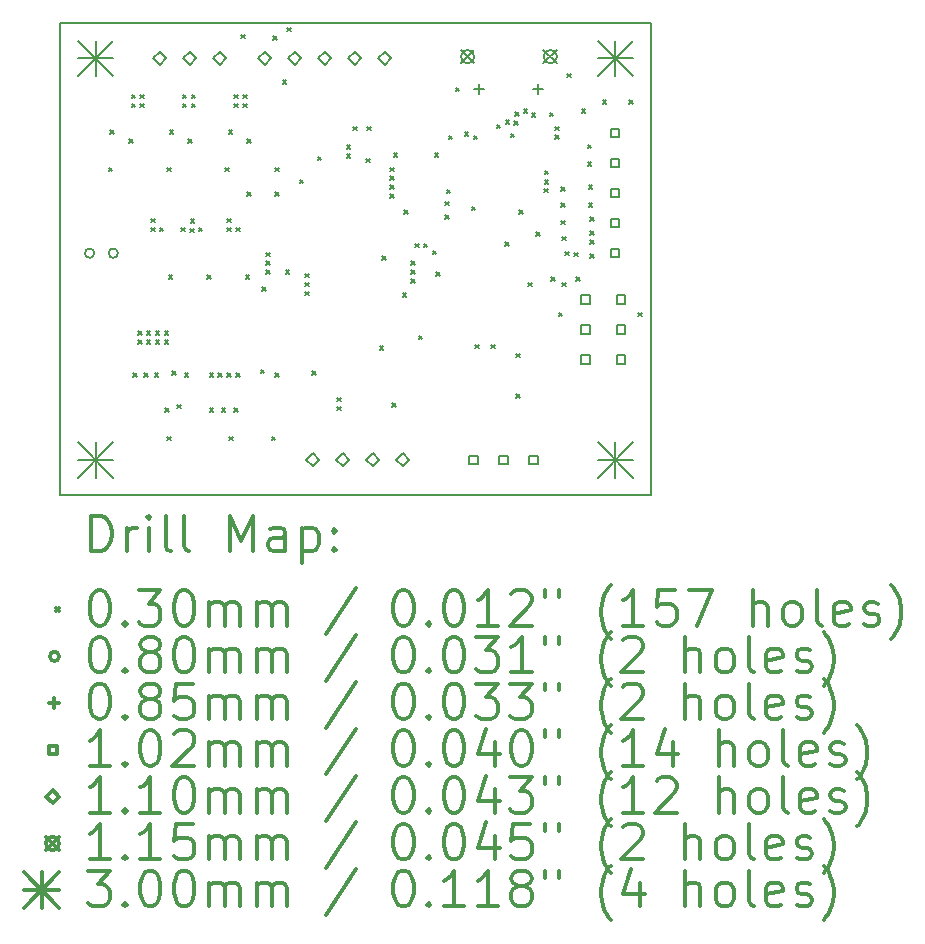
<source format=gbr>
%FSLAX45Y45*%
G04 Gerber Fmt 4.5, Leading zero omitted, Abs format (unit mm)*
G04 Created by KiCad (PCBNEW 4.0.5) date Wed Jan 11 14:09:27 2017*
%MOMM*%
%LPD*%
G01*
G04 APERTURE LIST*
%ADD10C,0.127000*%
%ADD11C,0.150000*%
%ADD12C,0.200000*%
%ADD13C,0.300000*%
G04 APERTURE END LIST*
D10*
D11*
X15000000Y-5000000D02*
X15000000Y-9000000D01*
X10000000Y-5000000D02*
X10000000Y-9000000D01*
X10000000Y-9000000D02*
X15000000Y-9000000D01*
X10000000Y-5000000D02*
X15000000Y-5000000D01*
D12*
X10410000Y-6225000D02*
X10440000Y-6255000D01*
X10440000Y-6225000D02*
X10410000Y-6255000D01*
X10425000Y-5910000D02*
X10455000Y-5940000D01*
X10455000Y-5910000D02*
X10425000Y-5940000D01*
X10585000Y-5985000D02*
X10615000Y-6015000D01*
X10615000Y-5985000D02*
X10585000Y-6015000D01*
X10605000Y-5610000D02*
X10635000Y-5640000D01*
X10635000Y-5610000D02*
X10605000Y-5640000D01*
X10605000Y-5685000D02*
X10635000Y-5715000D01*
X10635000Y-5685000D02*
X10605000Y-5715000D01*
X10620000Y-7965000D02*
X10650000Y-7995000D01*
X10650000Y-7965000D02*
X10620000Y-7995000D01*
X10660000Y-7610000D02*
X10690000Y-7640000D01*
X10690000Y-7610000D02*
X10660000Y-7640000D01*
X10660000Y-7685000D02*
X10690000Y-7715000D01*
X10690000Y-7685000D02*
X10660000Y-7715000D01*
X10680000Y-5610000D02*
X10710000Y-5640000D01*
X10710000Y-5610000D02*
X10680000Y-5640000D01*
X10680000Y-5685000D02*
X10710000Y-5715000D01*
X10710000Y-5685000D02*
X10680000Y-5715000D01*
X10710000Y-7965000D02*
X10740000Y-7995000D01*
X10740000Y-7965000D02*
X10710000Y-7995000D01*
X10735000Y-7610000D02*
X10765000Y-7640000D01*
X10765000Y-7610000D02*
X10735000Y-7640000D01*
X10735000Y-7685000D02*
X10765000Y-7715000D01*
X10765000Y-7685000D02*
X10735000Y-7715000D01*
X10770000Y-6660000D02*
X10800000Y-6690000D01*
X10800000Y-6660000D02*
X10770000Y-6690000D01*
X10770000Y-6735000D02*
X10800000Y-6765000D01*
X10800000Y-6735000D02*
X10770000Y-6765000D01*
X10800000Y-7965000D02*
X10830000Y-7995000D01*
X10830000Y-7965000D02*
X10800000Y-7995000D01*
X10810000Y-7610000D02*
X10840000Y-7640000D01*
X10840000Y-7610000D02*
X10810000Y-7640000D01*
X10810000Y-7685000D02*
X10840000Y-7715000D01*
X10840000Y-7685000D02*
X10810000Y-7715000D01*
X10845000Y-6735000D02*
X10875000Y-6765000D01*
X10875000Y-6735000D02*
X10845000Y-6765000D01*
X10885000Y-7610000D02*
X10915000Y-7640000D01*
X10915000Y-7610000D02*
X10885000Y-7640000D01*
X10885000Y-7685000D02*
X10915000Y-7715000D01*
X10915000Y-7685000D02*
X10885000Y-7715000D01*
X10890000Y-8265000D02*
X10920000Y-8295000D01*
X10920000Y-8265000D02*
X10890000Y-8295000D01*
X10905000Y-6225000D02*
X10935000Y-6255000D01*
X10935000Y-6225000D02*
X10905000Y-6255000D01*
X10905000Y-8505000D02*
X10935000Y-8535000D01*
X10935000Y-8505000D02*
X10905000Y-8535000D01*
X10920000Y-7135000D02*
X10950000Y-7165000D01*
X10950000Y-7135000D02*
X10920000Y-7165000D01*
X10927491Y-5910000D02*
X10957491Y-5940000D01*
X10957491Y-5910000D02*
X10927491Y-5940000D01*
X10950000Y-7950000D02*
X10980000Y-7980000D01*
X10980000Y-7950000D02*
X10950000Y-7980000D01*
X10990000Y-8233000D02*
X11020000Y-8263000D01*
X11020000Y-8233000D02*
X10990000Y-8263000D01*
X11025000Y-6735000D02*
X11055000Y-6765000D01*
X11055000Y-6735000D02*
X11025000Y-6765000D01*
X11040000Y-5610000D02*
X11070000Y-5640000D01*
X11070000Y-5610000D02*
X11040000Y-5640000D01*
X11040000Y-5685000D02*
X11070000Y-5715000D01*
X11070000Y-5685000D02*
X11040000Y-5715000D01*
X11055000Y-7965000D02*
X11085000Y-7995000D01*
X11085000Y-7965000D02*
X11055000Y-7995000D01*
X11085000Y-5985000D02*
X11115000Y-6015000D01*
X11115000Y-5985000D02*
X11085000Y-6015000D01*
X11100000Y-6742502D02*
X11130000Y-6772502D01*
X11130000Y-6742502D02*
X11100000Y-6772502D01*
X11104889Y-6662941D02*
X11134889Y-6692941D01*
X11134889Y-6662941D02*
X11104889Y-6692941D01*
X11115000Y-5610000D02*
X11145000Y-5640000D01*
X11145000Y-5610000D02*
X11115000Y-5640000D01*
X11115000Y-5685000D02*
X11145000Y-5715000D01*
X11145000Y-5685000D02*
X11115000Y-5715000D01*
X11175000Y-6735000D02*
X11205000Y-6765000D01*
X11205000Y-6735000D02*
X11175000Y-6765000D01*
X11245000Y-7135000D02*
X11275000Y-7165000D01*
X11275000Y-7135000D02*
X11245000Y-7165000D01*
X11265000Y-7965000D02*
X11295000Y-7995000D01*
X11295000Y-7965000D02*
X11265000Y-7995000D01*
X11265000Y-8265000D02*
X11295000Y-8295000D01*
X11295000Y-8265000D02*
X11265000Y-8295000D01*
X11340000Y-7965000D02*
X11370000Y-7995000D01*
X11370000Y-7965000D02*
X11340000Y-7995000D01*
X11370000Y-8265000D02*
X11400000Y-8295000D01*
X11400000Y-8265000D02*
X11370000Y-8295000D01*
X11400000Y-6225000D02*
X11430000Y-6255000D01*
X11430000Y-6225000D02*
X11400000Y-6255000D01*
X11415000Y-6660000D02*
X11445000Y-6690000D01*
X11445000Y-6660000D02*
X11415000Y-6690000D01*
X11415000Y-6735000D02*
X11445000Y-6765000D01*
X11445000Y-6735000D02*
X11415000Y-6765000D01*
X11415000Y-7965000D02*
X11445000Y-7995000D01*
X11445000Y-7965000D02*
X11415000Y-7995000D01*
X11427497Y-5910000D02*
X11457497Y-5940000D01*
X11457497Y-5910000D02*
X11427497Y-5940000D01*
X11430000Y-8505000D02*
X11460000Y-8535000D01*
X11460000Y-8505000D02*
X11430000Y-8535000D01*
X11475000Y-5610000D02*
X11505000Y-5640000D01*
X11505000Y-5610000D02*
X11475000Y-5640000D01*
X11475000Y-5685000D02*
X11505000Y-5715000D01*
X11505000Y-5685000D02*
X11475000Y-5715000D01*
X11475000Y-8265000D02*
X11505000Y-8295000D01*
X11505000Y-8265000D02*
X11475000Y-8295000D01*
X11490000Y-6735000D02*
X11520000Y-6765000D01*
X11520000Y-6735000D02*
X11490000Y-6765000D01*
X11490000Y-7965000D02*
X11520000Y-7995000D01*
X11520000Y-7965000D02*
X11490000Y-7995000D01*
X11535000Y-5100000D02*
X11565000Y-5130000D01*
X11565000Y-5100000D02*
X11535000Y-5130000D01*
X11550000Y-5610000D02*
X11580000Y-5640000D01*
X11580000Y-5610000D02*
X11550000Y-5640000D01*
X11550000Y-5685000D02*
X11580000Y-5715000D01*
X11580000Y-5685000D02*
X11550000Y-5715000D01*
X11570000Y-7135000D02*
X11600000Y-7165000D01*
X11600000Y-7135000D02*
X11570000Y-7165000D01*
X11585000Y-5985000D02*
X11615000Y-6015000D01*
X11615000Y-5985000D02*
X11585000Y-6015000D01*
X11585000Y-6435000D02*
X11615000Y-6465000D01*
X11615000Y-6435000D02*
X11585000Y-6465000D01*
X11700000Y-7935000D02*
X11730000Y-7965000D01*
X11730000Y-7935000D02*
X11700000Y-7965000D01*
X11711457Y-7237085D02*
X11741457Y-7267085D01*
X11741457Y-7237085D02*
X11711457Y-7267085D01*
X11745000Y-6944999D02*
X11775000Y-6974999D01*
X11775000Y-6944999D02*
X11745000Y-6974999D01*
X11745000Y-7020000D02*
X11775000Y-7050000D01*
X11775000Y-7020000D02*
X11745000Y-7050000D01*
X11745000Y-7095000D02*
X11775000Y-7125000D01*
X11775000Y-7095000D02*
X11745000Y-7125000D01*
X11790000Y-8505000D02*
X11820000Y-8535000D01*
X11820000Y-8505000D02*
X11790000Y-8535000D01*
X11805000Y-5115000D02*
X11835000Y-5145000D01*
X11835000Y-5115000D02*
X11805000Y-5145000D01*
X11820000Y-6225000D02*
X11850000Y-6255000D01*
X11850000Y-6225000D02*
X11820000Y-6255000D01*
X11820000Y-6435000D02*
X11850000Y-6465000D01*
X11850000Y-6435000D02*
X11820000Y-6465000D01*
X11820000Y-7965000D02*
X11850000Y-7995000D01*
X11850000Y-7965000D02*
X11820000Y-7995000D01*
X11885000Y-5485000D02*
X11915000Y-5515000D01*
X11915000Y-5485000D02*
X11885000Y-5515000D01*
X11910000Y-7095000D02*
X11940000Y-7125000D01*
X11940000Y-7095000D02*
X11910000Y-7125000D01*
X11925000Y-5040000D02*
X11955000Y-5070000D01*
X11955000Y-5040000D02*
X11925000Y-5070000D01*
X12030000Y-6330000D02*
X12060000Y-6360000D01*
X12060000Y-6330000D02*
X12030000Y-6360000D01*
X12075000Y-7200000D02*
X12105000Y-7230000D01*
X12105000Y-7200000D02*
X12075000Y-7230000D01*
X12075000Y-7275000D02*
X12105000Y-7305000D01*
X12105000Y-7275000D02*
X12075000Y-7305000D01*
X12075001Y-7125000D02*
X12105001Y-7155000D01*
X12105001Y-7125000D02*
X12075001Y-7155000D01*
X12135000Y-7950000D02*
X12165000Y-7980000D01*
X12165000Y-7950000D02*
X12135000Y-7980000D01*
X12180000Y-6135000D02*
X12210000Y-6165000D01*
X12210000Y-6135000D02*
X12180000Y-6165000D01*
X12345000Y-8175000D02*
X12375000Y-8205000D01*
X12375000Y-8175000D02*
X12345000Y-8205000D01*
X12345000Y-8250000D02*
X12375000Y-8280000D01*
X12375000Y-8250000D02*
X12345000Y-8280000D01*
X12425838Y-6035837D02*
X12455838Y-6065837D01*
X12455838Y-6035837D02*
X12425838Y-6065837D01*
X12427641Y-6110817D02*
X12457641Y-6140817D01*
X12457641Y-6110817D02*
X12427641Y-6140817D01*
X12480000Y-5880000D02*
X12510000Y-5910000D01*
X12510000Y-5880000D02*
X12480000Y-5910000D01*
X12592904Y-6151200D02*
X12622904Y-6181200D01*
X12622904Y-6151200D02*
X12592904Y-6181200D01*
X12600000Y-5880000D02*
X12630000Y-5910000D01*
X12630000Y-5880000D02*
X12600000Y-5910000D01*
X12705000Y-7740000D02*
X12735000Y-7770000D01*
X12735000Y-7740000D02*
X12705000Y-7770000D01*
X12727503Y-6975000D02*
X12757503Y-7005000D01*
X12757503Y-6975000D02*
X12727503Y-7005000D01*
X12795000Y-6225000D02*
X12825000Y-6255000D01*
X12825000Y-6225000D02*
X12795000Y-6255000D01*
X12795000Y-6300000D02*
X12825000Y-6330000D01*
X12825000Y-6300000D02*
X12795000Y-6330000D01*
X12795000Y-6375000D02*
X12825000Y-6405000D01*
X12825000Y-6375000D02*
X12795000Y-6405000D01*
X12795000Y-6450000D02*
X12825000Y-6480000D01*
X12825000Y-6450000D02*
X12795000Y-6480000D01*
X12810000Y-8220000D02*
X12840000Y-8250000D01*
X12840000Y-8220000D02*
X12810000Y-8250000D01*
X12825000Y-6105000D02*
X12855000Y-6135000D01*
X12855000Y-6105000D02*
X12825000Y-6135000D01*
X12900000Y-7290000D02*
X12930000Y-7320000D01*
X12930000Y-7290000D02*
X12900000Y-7320000D01*
X12915000Y-6585000D02*
X12945000Y-6615000D01*
X12945000Y-6585000D02*
X12915000Y-6615000D01*
X12975000Y-7020000D02*
X13005000Y-7050000D01*
X13005000Y-7020000D02*
X12975000Y-7050000D01*
X12975000Y-7095000D02*
X13005000Y-7125000D01*
X13005000Y-7095000D02*
X12975000Y-7125000D01*
X12975000Y-7170000D02*
X13005000Y-7200000D01*
X13005000Y-7170000D02*
X12975000Y-7200000D01*
X13005000Y-6870000D02*
X13035000Y-6900000D01*
X13035000Y-6870000D02*
X13005000Y-6900000D01*
X13035000Y-7650000D02*
X13065000Y-7680000D01*
X13065000Y-7650000D02*
X13035000Y-7680000D01*
X13080000Y-6870000D02*
X13110000Y-6900000D01*
X13110000Y-6870000D02*
X13080000Y-6900000D01*
X13155000Y-6929999D02*
X13185000Y-6959999D01*
X13185000Y-6929999D02*
X13155000Y-6959999D01*
X13170000Y-6105000D02*
X13200000Y-6135000D01*
X13200000Y-6105000D02*
X13170000Y-6135000D01*
X13185000Y-7110000D02*
X13215000Y-7140000D01*
X13215000Y-7110000D02*
X13185000Y-7140000D01*
X13259999Y-6516329D02*
X13289999Y-6546329D01*
X13289999Y-6516329D02*
X13259999Y-6546329D01*
X13260000Y-6630000D02*
X13290000Y-6660000D01*
X13290000Y-6630000D02*
X13260000Y-6660000D01*
X13274101Y-6411328D02*
X13304101Y-6441328D01*
X13304101Y-6411328D02*
X13274101Y-6441328D01*
X13290000Y-5955000D02*
X13320000Y-5985000D01*
X13320000Y-5955000D02*
X13290000Y-5985000D01*
X13350000Y-5550000D02*
X13380000Y-5580000D01*
X13380000Y-5550000D02*
X13350000Y-5580000D01*
X13425000Y-5925000D02*
X13455000Y-5955000D01*
X13455000Y-5925000D02*
X13425000Y-5955000D01*
X13485000Y-6555000D02*
X13515000Y-6585000D01*
X13515000Y-6555000D02*
X13485000Y-6585000D01*
X13500000Y-5955000D02*
X13530000Y-5985000D01*
X13530000Y-5955000D02*
X13500000Y-5985000D01*
X13515000Y-7725000D02*
X13545000Y-7755000D01*
X13545000Y-7725000D02*
X13515000Y-7755000D01*
X13650000Y-7725000D02*
X13680000Y-7755000D01*
X13680000Y-7725000D02*
X13650000Y-7755000D01*
X13697013Y-5863611D02*
X13727013Y-5893611D01*
X13727013Y-5863611D02*
X13697013Y-5893611D01*
X13770000Y-6855000D02*
X13800000Y-6885000D01*
X13800000Y-6855000D02*
X13770000Y-6885000D01*
X13772676Y-5823807D02*
X13802676Y-5853807D01*
X13802676Y-5823807D02*
X13772676Y-5853807D01*
X13815000Y-5940000D02*
X13845000Y-5970000D01*
X13845000Y-5940000D02*
X13815000Y-5970000D01*
X13846955Y-5834189D02*
X13876955Y-5864189D01*
X13876955Y-5834189D02*
X13846955Y-5864189D01*
X13855013Y-5754855D02*
X13885013Y-5784855D01*
X13885013Y-5754855D02*
X13855013Y-5784855D01*
X13860000Y-7800000D02*
X13890000Y-7830000D01*
X13890000Y-7800000D02*
X13860000Y-7830000D01*
X13860000Y-8145000D02*
X13890000Y-8175000D01*
X13890000Y-8145000D02*
X13860000Y-8175000D01*
X13885000Y-6585000D02*
X13915000Y-6615000D01*
X13915000Y-6585000D02*
X13885000Y-6615000D01*
X13926513Y-5732207D02*
X13956513Y-5762207D01*
X13956513Y-5732207D02*
X13926513Y-5762207D01*
X13965000Y-7200000D02*
X13995000Y-7230000D01*
X13995000Y-7200000D02*
X13965000Y-7230000D01*
X13994130Y-5764659D02*
X14024130Y-5794659D01*
X14024130Y-5764659D02*
X13994130Y-5794659D01*
X14032124Y-6772876D02*
X14062124Y-6802876D01*
X14062124Y-6772876D02*
X14032124Y-6802876D01*
X14099962Y-6405673D02*
X14129962Y-6435673D01*
X14129962Y-6405673D02*
X14099962Y-6435673D01*
X14101342Y-6253658D02*
X14131342Y-6283658D01*
X14131342Y-6253658D02*
X14101342Y-6283658D01*
X14104230Y-6330794D02*
X14134230Y-6360794D01*
X14134230Y-6330794D02*
X14104230Y-6360794D01*
X14145000Y-5760000D02*
X14175000Y-5790000D01*
X14175000Y-5760000D02*
X14145000Y-5790000D01*
X14160000Y-7155000D02*
X14190000Y-7185000D01*
X14190000Y-7155000D02*
X14160000Y-7185000D01*
X14190000Y-5952500D02*
X14220000Y-5982500D01*
X14220000Y-5952500D02*
X14190000Y-5982500D01*
X14190200Y-5877499D02*
X14220200Y-5907499D01*
X14220200Y-5877499D02*
X14190200Y-5907499D01*
X14220000Y-7455000D02*
X14250000Y-7485000D01*
X14250000Y-7455000D02*
X14220000Y-7485000D01*
X14242496Y-6390000D02*
X14272496Y-6420000D01*
X14272496Y-6390000D02*
X14242496Y-6420000D01*
X14242496Y-6525000D02*
X14272496Y-6555000D01*
X14272496Y-6525000D02*
X14242496Y-6555000D01*
X14242496Y-6675000D02*
X14272496Y-6705000D01*
X14272496Y-6675000D02*
X14242496Y-6705000D01*
X14249999Y-6810000D02*
X14279999Y-6840000D01*
X14279999Y-6810000D02*
X14249999Y-6840000D01*
X14253123Y-7200100D02*
X14283123Y-7230100D01*
X14283123Y-7200100D02*
X14253123Y-7230100D01*
X14275791Y-6936156D02*
X14305791Y-6966156D01*
X14305791Y-6936156D02*
X14275791Y-6966156D01*
X14295000Y-5430000D02*
X14325000Y-5460000D01*
X14325000Y-5430000D02*
X14295000Y-5460000D01*
X14355000Y-6945000D02*
X14385000Y-6975000D01*
X14385000Y-6945000D02*
X14355000Y-6975000D01*
X14370000Y-7155000D02*
X14400000Y-7185000D01*
X14400000Y-7155000D02*
X14370000Y-7185000D01*
X14415000Y-5730000D02*
X14445000Y-5760000D01*
X14445000Y-5730000D02*
X14415000Y-5760000D01*
X14467502Y-6030000D02*
X14497502Y-6060000D01*
X14497502Y-6030000D02*
X14467502Y-6060000D01*
X14467502Y-6180000D02*
X14497502Y-6210000D01*
X14497502Y-6180000D02*
X14467502Y-6210000D01*
X14475000Y-6375000D02*
X14505000Y-6405000D01*
X14505000Y-6375000D02*
X14475000Y-6405000D01*
X14475000Y-6525000D02*
X14505000Y-6555000D01*
X14505000Y-6525000D02*
X14475000Y-6555000D01*
X14490000Y-6644999D02*
X14520000Y-6674999D01*
X14520000Y-6644999D02*
X14490000Y-6674999D01*
X14490000Y-6840000D02*
X14520000Y-6870000D01*
X14520000Y-6840000D02*
X14490000Y-6870000D01*
X14490000Y-6960000D02*
X14520000Y-6990000D01*
X14520000Y-6960000D02*
X14490000Y-6990000D01*
X14490000Y-6765000D02*
X14520000Y-6795000D01*
X14520000Y-6765000D02*
X14490000Y-6795000D01*
X14595000Y-5655000D02*
X14625000Y-5685000D01*
X14625000Y-5655000D02*
X14595000Y-5685000D01*
X14820000Y-5655000D02*
X14850000Y-5685000D01*
X14850000Y-5655000D02*
X14820000Y-5685000D01*
X14895000Y-7455000D02*
X14925000Y-7485000D01*
X14925000Y-7455000D02*
X14895000Y-7485000D01*
X10290000Y-6950000D02*
G75*
G03X10290000Y-6950000I-40000J0D01*
G01*
X10490000Y-6950000D02*
G75*
G03X10490000Y-6950000I-40000J0D01*
G01*
X13550090Y-5513754D02*
X13550090Y-5598754D01*
X13507590Y-5556254D02*
X13592590Y-5556254D01*
X14050090Y-5513754D02*
X14050090Y-5598754D01*
X14007590Y-5556254D02*
X14092590Y-5556254D01*
X13535921Y-8735921D02*
X13535921Y-8664079D01*
X13464079Y-8664079D01*
X13464079Y-8735921D01*
X13535921Y-8735921D01*
X13789921Y-8735921D02*
X13789921Y-8664079D01*
X13718079Y-8664079D01*
X13718079Y-8735921D01*
X13789921Y-8735921D01*
X14043921Y-8735921D02*
X14043921Y-8664079D01*
X13972079Y-8664079D01*
X13972079Y-8735921D01*
X14043921Y-8735921D01*
X14485921Y-7377921D02*
X14485921Y-7306079D01*
X14414079Y-7306079D01*
X14414079Y-7377921D01*
X14485921Y-7377921D01*
X14485921Y-7631921D02*
X14485921Y-7560079D01*
X14414079Y-7560079D01*
X14414079Y-7631921D01*
X14485921Y-7631921D01*
X14485921Y-7885921D02*
X14485921Y-7814079D01*
X14414079Y-7814079D01*
X14414079Y-7885921D01*
X14485921Y-7885921D01*
X14735921Y-5969921D02*
X14735921Y-5898079D01*
X14664079Y-5898079D01*
X14664079Y-5969921D01*
X14735921Y-5969921D01*
X14735921Y-6223921D02*
X14735921Y-6152079D01*
X14664079Y-6152079D01*
X14664079Y-6223921D01*
X14735921Y-6223921D01*
X14735921Y-6477921D02*
X14735921Y-6406079D01*
X14664079Y-6406079D01*
X14664079Y-6477921D01*
X14735921Y-6477921D01*
X14735921Y-6731921D02*
X14735921Y-6660079D01*
X14664079Y-6660079D01*
X14664079Y-6731921D01*
X14735921Y-6731921D01*
X14735921Y-6985921D02*
X14735921Y-6914079D01*
X14664079Y-6914079D01*
X14664079Y-6985921D01*
X14735921Y-6985921D01*
X14785921Y-7377921D02*
X14785921Y-7306079D01*
X14714079Y-7306079D01*
X14714079Y-7377921D01*
X14785921Y-7377921D01*
X14785921Y-7631921D02*
X14785921Y-7560079D01*
X14714079Y-7560079D01*
X14714079Y-7631921D01*
X14785921Y-7631921D01*
X14785921Y-7885921D02*
X14785921Y-7814079D01*
X14714079Y-7814079D01*
X14714079Y-7885921D01*
X14785921Y-7885921D01*
X10842000Y-5354864D02*
X10896864Y-5300000D01*
X10842000Y-5245136D01*
X10787136Y-5300000D01*
X10842000Y-5354864D01*
X11096000Y-5354864D02*
X11150864Y-5300000D01*
X11096000Y-5245136D01*
X11041136Y-5300000D01*
X11096000Y-5354864D01*
X11350000Y-5354864D02*
X11404864Y-5300000D01*
X11350000Y-5245136D01*
X11295136Y-5300000D01*
X11350000Y-5354864D01*
X11734000Y-5354864D02*
X11788864Y-5300000D01*
X11734000Y-5245136D01*
X11679136Y-5300000D01*
X11734000Y-5354864D01*
X11988000Y-5354864D02*
X12042864Y-5300000D01*
X11988000Y-5245136D01*
X11933136Y-5300000D01*
X11988000Y-5354864D01*
X12138000Y-8754864D02*
X12192864Y-8700000D01*
X12138000Y-8645136D01*
X12083136Y-8700000D01*
X12138000Y-8754864D01*
X12242000Y-5354864D02*
X12296864Y-5300000D01*
X12242000Y-5245136D01*
X12187136Y-5300000D01*
X12242000Y-5354864D01*
X12392000Y-8754864D02*
X12446864Y-8700000D01*
X12392000Y-8645136D01*
X12337136Y-8700000D01*
X12392000Y-8754864D01*
X12496000Y-5354864D02*
X12550864Y-5300000D01*
X12496000Y-5245136D01*
X12441136Y-5300000D01*
X12496000Y-5354864D01*
X12646000Y-8754864D02*
X12700864Y-8700000D01*
X12646000Y-8645136D01*
X12591136Y-8700000D01*
X12646000Y-8754864D01*
X12750000Y-5354864D02*
X12804864Y-5300000D01*
X12750000Y-5245136D01*
X12695136Y-5300000D01*
X12750000Y-5354864D01*
X12900000Y-8754864D02*
X12954864Y-8700000D01*
X12900000Y-8645136D01*
X12845136Y-8700000D01*
X12900000Y-8754864D01*
X13392590Y-5228754D02*
X13507590Y-5343754D01*
X13507590Y-5228754D02*
X13392590Y-5343754D01*
X13507590Y-5286254D02*
G75*
G03X13507590Y-5286254I-57500J0D01*
G01*
X14092590Y-5228754D02*
X14207590Y-5343754D01*
X14207590Y-5228754D02*
X14092590Y-5343754D01*
X14207590Y-5286254D02*
G75*
G03X14207590Y-5286254I-57500J0D01*
G01*
X10150000Y-5150000D02*
X10450000Y-5450000D01*
X10450000Y-5150000D02*
X10150000Y-5450000D01*
X10300000Y-5150000D02*
X10300000Y-5450000D01*
X10150000Y-5300000D02*
X10450000Y-5300000D01*
X10150000Y-8550000D02*
X10450000Y-8850000D01*
X10450000Y-8550000D02*
X10150000Y-8850000D01*
X10300000Y-8550000D02*
X10300000Y-8850000D01*
X10150000Y-8700000D02*
X10450000Y-8700000D01*
X14550000Y-5150000D02*
X14850000Y-5450000D01*
X14850000Y-5150000D02*
X14550000Y-5450000D01*
X14700000Y-5150000D02*
X14700000Y-5450000D01*
X14550000Y-5300000D02*
X14850000Y-5300000D01*
X14550000Y-8550000D02*
X14850000Y-8850000D01*
X14850000Y-8550000D02*
X14550000Y-8850000D01*
X14700000Y-8550000D02*
X14700000Y-8850000D01*
X14550000Y-8700000D02*
X14850000Y-8700000D01*
D13*
X10263929Y-9473214D02*
X10263929Y-9173214D01*
X10335357Y-9173214D01*
X10378214Y-9187500D01*
X10406786Y-9216072D01*
X10421071Y-9244643D01*
X10435357Y-9301786D01*
X10435357Y-9344643D01*
X10421071Y-9401786D01*
X10406786Y-9430357D01*
X10378214Y-9458929D01*
X10335357Y-9473214D01*
X10263929Y-9473214D01*
X10563929Y-9473214D02*
X10563929Y-9273214D01*
X10563929Y-9330357D02*
X10578214Y-9301786D01*
X10592500Y-9287500D01*
X10621071Y-9273214D01*
X10649643Y-9273214D01*
X10749643Y-9473214D02*
X10749643Y-9273214D01*
X10749643Y-9173214D02*
X10735357Y-9187500D01*
X10749643Y-9201786D01*
X10763929Y-9187500D01*
X10749643Y-9173214D01*
X10749643Y-9201786D01*
X10935357Y-9473214D02*
X10906786Y-9458929D01*
X10892500Y-9430357D01*
X10892500Y-9173214D01*
X11092500Y-9473214D02*
X11063929Y-9458929D01*
X11049643Y-9430357D01*
X11049643Y-9173214D01*
X11435357Y-9473214D02*
X11435357Y-9173214D01*
X11535357Y-9387500D01*
X11635357Y-9173214D01*
X11635357Y-9473214D01*
X11906786Y-9473214D02*
X11906786Y-9316072D01*
X11892500Y-9287500D01*
X11863928Y-9273214D01*
X11806786Y-9273214D01*
X11778214Y-9287500D01*
X11906786Y-9458929D02*
X11878214Y-9473214D01*
X11806786Y-9473214D01*
X11778214Y-9458929D01*
X11763928Y-9430357D01*
X11763928Y-9401786D01*
X11778214Y-9373214D01*
X11806786Y-9358929D01*
X11878214Y-9358929D01*
X11906786Y-9344643D01*
X12049643Y-9273214D02*
X12049643Y-9573214D01*
X12049643Y-9287500D02*
X12078214Y-9273214D01*
X12135357Y-9273214D01*
X12163928Y-9287500D01*
X12178214Y-9301786D01*
X12192500Y-9330357D01*
X12192500Y-9416072D01*
X12178214Y-9444643D01*
X12163928Y-9458929D01*
X12135357Y-9473214D01*
X12078214Y-9473214D01*
X12049643Y-9458929D01*
X12321071Y-9444643D02*
X12335357Y-9458929D01*
X12321071Y-9473214D01*
X12306786Y-9458929D01*
X12321071Y-9444643D01*
X12321071Y-9473214D01*
X12321071Y-9287500D02*
X12335357Y-9301786D01*
X12321071Y-9316072D01*
X12306786Y-9301786D01*
X12321071Y-9287500D01*
X12321071Y-9316072D01*
X9962500Y-9952500D02*
X9992500Y-9982500D01*
X9992500Y-9952500D02*
X9962500Y-9982500D01*
X10321071Y-9803214D02*
X10349643Y-9803214D01*
X10378214Y-9817500D01*
X10392500Y-9831786D01*
X10406786Y-9860357D01*
X10421071Y-9917500D01*
X10421071Y-9988929D01*
X10406786Y-10046072D01*
X10392500Y-10074643D01*
X10378214Y-10088929D01*
X10349643Y-10103214D01*
X10321071Y-10103214D01*
X10292500Y-10088929D01*
X10278214Y-10074643D01*
X10263929Y-10046072D01*
X10249643Y-9988929D01*
X10249643Y-9917500D01*
X10263929Y-9860357D01*
X10278214Y-9831786D01*
X10292500Y-9817500D01*
X10321071Y-9803214D01*
X10549643Y-10074643D02*
X10563929Y-10088929D01*
X10549643Y-10103214D01*
X10535357Y-10088929D01*
X10549643Y-10074643D01*
X10549643Y-10103214D01*
X10663928Y-9803214D02*
X10849643Y-9803214D01*
X10749643Y-9917500D01*
X10792500Y-9917500D01*
X10821071Y-9931786D01*
X10835357Y-9946072D01*
X10849643Y-9974643D01*
X10849643Y-10046072D01*
X10835357Y-10074643D01*
X10821071Y-10088929D01*
X10792500Y-10103214D01*
X10706786Y-10103214D01*
X10678214Y-10088929D01*
X10663928Y-10074643D01*
X11035357Y-9803214D02*
X11063929Y-9803214D01*
X11092500Y-9817500D01*
X11106786Y-9831786D01*
X11121071Y-9860357D01*
X11135357Y-9917500D01*
X11135357Y-9988929D01*
X11121071Y-10046072D01*
X11106786Y-10074643D01*
X11092500Y-10088929D01*
X11063929Y-10103214D01*
X11035357Y-10103214D01*
X11006786Y-10088929D01*
X10992500Y-10074643D01*
X10978214Y-10046072D01*
X10963929Y-9988929D01*
X10963929Y-9917500D01*
X10978214Y-9860357D01*
X10992500Y-9831786D01*
X11006786Y-9817500D01*
X11035357Y-9803214D01*
X11263928Y-10103214D02*
X11263928Y-9903214D01*
X11263928Y-9931786D02*
X11278214Y-9917500D01*
X11306786Y-9903214D01*
X11349643Y-9903214D01*
X11378214Y-9917500D01*
X11392500Y-9946072D01*
X11392500Y-10103214D01*
X11392500Y-9946072D02*
X11406786Y-9917500D01*
X11435357Y-9903214D01*
X11478214Y-9903214D01*
X11506786Y-9917500D01*
X11521071Y-9946072D01*
X11521071Y-10103214D01*
X11663928Y-10103214D02*
X11663928Y-9903214D01*
X11663928Y-9931786D02*
X11678214Y-9917500D01*
X11706786Y-9903214D01*
X11749643Y-9903214D01*
X11778214Y-9917500D01*
X11792500Y-9946072D01*
X11792500Y-10103214D01*
X11792500Y-9946072D02*
X11806786Y-9917500D01*
X11835357Y-9903214D01*
X11878214Y-9903214D01*
X11906786Y-9917500D01*
X11921071Y-9946072D01*
X11921071Y-10103214D01*
X12506786Y-9788929D02*
X12249643Y-10174643D01*
X12892500Y-9803214D02*
X12921071Y-9803214D01*
X12949643Y-9817500D01*
X12963928Y-9831786D01*
X12978214Y-9860357D01*
X12992500Y-9917500D01*
X12992500Y-9988929D01*
X12978214Y-10046072D01*
X12963928Y-10074643D01*
X12949643Y-10088929D01*
X12921071Y-10103214D01*
X12892500Y-10103214D01*
X12863928Y-10088929D01*
X12849643Y-10074643D01*
X12835357Y-10046072D01*
X12821071Y-9988929D01*
X12821071Y-9917500D01*
X12835357Y-9860357D01*
X12849643Y-9831786D01*
X12863928Y-9817500D01*
X12892500Y-9803214D01*
X13121071Y-10074643D02*
X13135357Y-10088929D01*
X13121071Y-10103214D01*
X13106786Y-10088929D01*
X13121071Y-10074643D01*
X13121071Y-10103214D01*
X13321071Y-9803214D02*
X13349643Y-9803214D01*
X13378214Y-9817500D01*
X13392500Y-9831786D01*
X13406785Y-9860357D01*
X13421071Y-9917500D01*
X13421071Y-9988929D01*
X13406785Y-10046072D01*
X13392500Y-10074643D01*
X13378214Y-10088929D01*
X13349643Y-10103214D01*
X13321071Y-10103214D01*
X13292500Y-10088929D01*
X13278214Y-10074643D01*
X13263928Y-10046072D01*
X13249643Y-9988929D01*
X13249643Y-9917500D01*
X13263928Y-9860357D01*
X13278214Y-9831786D01*
X13292500Y-9817500D01*
X13321071Y-9803214D01*
X13706785Y-10103214D02*
X13535357Y-10103214D01*
X13621071Y-10103214D02*
X13621071Y-9803214D01*
X13592500Y-9846072D01*
X13563928Y-9874643D01*
X13535357Y-9888929D01*
X13821071Y-9831786D02*
X13835357Y-9817500D01*
X13863928Y-9803214D01*
X13935357Y-9803214D01*
X13963928Y-9817500D01*
X13978214Y-9831786D01*
X13992500Y-9860357D01*
X13992500Y-9888929D01*
X13978214Y-9931786D01*
X13806785Y-10103214D01*
X13992500Y-10103214D01*
X14106786Y-9803214D02*
X14106786Y-9860357D01*
X14221071Y-9803214D02*
X14221071Y-9860357D01*
X14663928Y-10217500D02*
X14649643Y-10203214D01*
X14621071Y-10160357D01*
X14606785Y-10131786D01*
X14592500Y-10088929D01*
X14578214Y-10017500D01*
X14578214Y-9960357D01*
X14592500Y-9888929D01*
X14606785Y-9846072D01*
X14621071Y-9817500D01*
X14649643Y-9774643D01*
X14663928Y-9760357D01*
X14935357Y-10103214D02*
X14763928Y-10103214D01*
X14849643Y-10103214D02*
X14849643Y-9803214D01*
X14821071Y-9846072D01*
X14792500Y-9874643D01*
X14763928Y-9888929D01*
X15206785Y-9803214D02*
X15063928Y-9803214D01*
X15049643Y-9946072D01*
X15063928Y-9931786D01*
X15092500Y-9917500D01*
X15163928Y-9917500D01*
X15192500Y-9931786D01*
X15206785Y-9946072D01*
X15221071Y-9974643D01*
X15221071Y-10046072D01*
X15206785Y-10074643D01*
X15192500Y-10088929D01*
X15163928Y-10103214D01*
X15092500Y-10103214D01*
X15063928Y-10088929D01*
X15049643Y-10074643D01*
X15321071Y-9803214D02*
X15521071Y-9803214D01*
X15392500Y-10103214D01*
X15863928Y-10103214D02*
X15863928Y-9803214D01*
X15992500Y-10103214D02*
X15992500Y-9946072D01*
X15978214Y-9917500D01*
X15949643Y-9903214D01*
X15906785Y-9903214D01*
X15878214Y-9917500D01*
X15863928Y-9931786D01*
X16178214Y-10103214D02*
X16149643Y-10088929D01*
X16135357Y-10074643D01*
X16121071Y-10046072D01*
X16121071Y-9960357D01*
X16135357Y-9931786D01*
X16149643Y-9917500D01*
X16178214Y-9903214D01*
X16221071Y-9903214D01*
X16249643Y-9917500D01*
X16263928Y-9931786D01*
X16278214Y-9960357D01*
X16278214Y-10046072D01*
X16263928Y-10074643D01*
X16249643Y-10088929D01*
X16221071Y-10103214D01*
X16178214Y-10103214D01*
X16449643Y-10103214D02*
X16421071Y-10088929D01*
X16406786Y-10060357D01*
X16406786Y-9803214D01*
X16678214Y-10088929D02*
X16649643Y-10103214D01*
X16592500Y-10103214D01*
X16563928Y-10088929D01*
X16549643Y-10060357D01*
X16549643Y-9946072D01*
X16563928Y-9917500D01*
X16592500Y-9903214D01*
X16649643Y-9903214D01*
X16678214Y-9917500D01*
X16692500Y-9946072D01*
X16692500Y-9974643D01*
X16549643Y-10003214D01*
X16806786Y-10088929D02*
X16835357Y-10103214D01*
X16892500Y-10103214D01*
X16921071Y-10088929D01*
X16935357Y-10060357D01*
X16935357Y-10046072D01*
X16921071Y-10017500D01*
X16892500Y-10003214D01*
X16849643Y-10003214D01*
X16821071Y-9988929D01*
X16806786Y-9960357D01*
X16806786Y-9946072D01*
X16821071Y-9917500D01*
X16849643Y-9903214D01*
X16892500Y-9903214D01*
X16921071Y-9917500D01*
X17035357Y-10217500D02*
X17049643Y-10203214D01*
X17078214Y-10160357D01*
X17092500Y-10131786D01*
X17106786Y-10088929D01*
X17121071Y-10017500D01*
X17121071Y-9960357D01*
X17106786Y-9888929D01*
X17092500Y-9846072D01*
X17078214Y-9817500D01*
X17049643Y-9774643D01*
X17035357Y-9760357D01*
X9992500Y-10363500D02*
G75*
G03X9992500Y-10363500I-40000J0D01*
G01*
X10321071Y-10199214D02*
X10349643Y-10199214D01*
X10378214Y-10213500D01*
X10392500Y-10227786D01*
X10406786Y-10256357D01*
X10421071Y-10313500D01*
X10421071Y-10384929D01*
X10406786Y-10442072D01*
X10392500Y-10470643D01*
X10378214Y-10484929D01*
X10349643Y-10499214D01*
X10321071Y-10499214D01*
X10292500Y-10484929D01*
X10278214Y-10470643D01*
X10263929Y-10442072D01*
X10249643Y-10384929D01*
X10249643Y-10313500D01*
X10263929Y-10256357D01*
X10278214Y-10227786D01*
X10292500Y-10213500D01*
X10321071Y-10199214D01*
X10549643Y-10470643D02*
X10563929Y-10484929D01*
X10549643Y-10499214D01*
X10535357Y-10484929D01*
X10549643Y-10470643D01*
X10549643Y-10499214D01*
X10735357Y-10327786D02*
X10706786Y-10313500D01*
X10692500Y-10299214D01*
X10678214Y-10270643D01*
X10678214Y-10256357D01*
X10692500Y-10227786D01*
X10706786Y-10213500D01*
X10735357Y-10199214D01*
X10792500Y-10199214D01*
X10821071Y-10213500D01*
X10835357Y-10227786D01*
X10849643Y-10256357D01*
X10849643Y-10270643D01*
X10835357Y-10299214D01*
X10821071Y-10313500D01*
X10792500Y-10327786D01*
X10735357Y-10327786D01*
X10706786Y-10342072D01*
X10692500Y-10356357D01*
X10678214Y-10384929D01*
X10678214Y-10442072D01*
X10692500Y-10470643D01*
X10706786Y-10484929D01*
X10735357Y-10499214D01*
X10792500Y-10499214D01*
X10821071Y-10484929D01*
X10835357Y-10470643D01*
X10849643Y-10442072D01*
X10849643Y-10384929D01*
X10835357Y-10356357D01*
X10821071Y-10342072D01*
X10792500Y-10327786D01*
X11035357Y-10199214D02*
X11063929Y-10199214D01*
X11092500Y-10213500D01*
X11106786Y-10227786D01*
X11121071Y-10256357D01*
X11135357Y-10313500D01*
X11135357Y-10384929D01*
X11121071Y-10442072D01*
X11106786Y-10470643D01*
X11092500Y-10484929D01*
X11063929Y-10499214D01*
X11035357Y-10499214D01*
X11006786Y-10484929D01*
X10992500Y-10470643D01*
X10978214Y-10442072D01*
X10963929Y-10384929D01*
X10963929Y-10313500D01*
X10978214Y-10256357D01*
X10992500Y-10227786D01*
X11006786Y-10213500D01*
X11035357Y-10199214D01*
X11263928Y-10499214D02*
X11263928Y-10299214D01*
X11263928Y-10327786D02*
X11278214Y-10313500D01*
X11306786Y-10299214D01*
X11349643Y-10299214D01*
X11378214Y-10313500D01*
X11392500Y-10342072D01*
X11392500Y-10499214D01*
X11392500Y-10342072D02*
X11406786Y-10313500D01*
X11435357Y-10299214D01*
X11478214Y-10299214D01*
X11506786Y-10313500D01*
X11521071Y-10342072D01*
X11521071Y-10499214D01*
X11663928Y-10499214D02*
X11663928Y-10299214D01*
X11663928Y-10327786D02*
X11678214Y-10313500D01*
X11706786Y-10299214D01*
X11749643Y-10299214D01*
X11778214Y-10313500D01*
X11792500Y-10342072D01*
X11792500Y-10499214D01*
X11792500Y-10342072D02*
X11806786Y-10313500D01*
X11835357Y-10299214D01*
X11878214Y-10299214D01*
X11906786Y-10313500D01*
X11921071Y-10342072D01*
X11921071Y-10499214D01*
X12506786Y-10184929D02*
X12249643Y-10570643D01*
X12892500Y-10199214D02*
X12921071Y-10199214D01*
X12949643Y-10213500D01*
X12963928Y-10227786D01*
X12978214Y-10256357D01*
X12992500Y-10313500D01*
X12992500Y-10384929D01*
X12978214Y-10442072D01*
X12963928Y-10470643D01*
X12949643Y-10484929D01*
X12921071Y-10499214D01*
X12892500Y-10499214D01*
X12863928Y-10484929D01*
X12849643Y-10470643D01*
X12835357Y-10442072D01*
X12821071Y-10384929D01*
X12821071Y-10313500D01*
X12835357Y-10256357D01*
X12849643Y-10227786D01*
X12863928Y-10213500D01*
X12892500Y-10199214D01*
X13121071Y-10470643D02*
X13135357Y-10484929D01*
X13121071Y-10499214D01*
X13106786Y-10484929D01*
X13121071Y-10470643D01*
X13121071Y-10499214D01*
X13321071Y-10199214D02*
X13349643Y-10199214D01*
X13378214Y-10213500D01*
X13392500Y-10227786D01*
X13406785Y-10256357D01*
X13421071Y-10313500D01*
X13421071Y-10384929D01*
X13406785Y-10442072D01*
X13392500Y-10470643D01*
X13378214Y-10484929D01*
X13349643Y-10499214D01*
X13321071Y-10499214D01*
X13292500Y-10484929D01*
X13278214Y-10470643D01*
X13263928Y-10442072D01*
X13249643Y-10384929D01*
X13249643Y-10313500D01*
X13263928Y-10256357D01*
X13278214Y-10227786D01*
X13292500Y-10213500D01*
X13321071Y-10199214D01*
X13521071Y-10199214D02*
X13706785Y-10199214D01*
X13606785Y-10313500D01*
X13649643Y-10313500D01*
X13678214Y-10327786D01*
X13692500Y-10342072D01*
X13706785Y-10370643D01*
X13706785Y-10442072D01*
X13692500Y-10470643D01*
X13678214Y-10484929D01*
X13649643Y-10499214D01*
X13563928Y-10499214D01*
X13535357Y-10484929D01*
X13521071Y-10470643D01*
X13992500Y-10499214D02*
X13821071Y-10499214D01*
X13906785Y-10499214D02*
X13906785Y-10199214D01*
X13878214Y-10242072D01*
X13849643Y-10270643D01*
X13821071Y-10284929D01*
X14106786Y-10199214D02*
X14106786Y-10256357D01*
X14221071Y-10199214D02*
X14221071Y-10256357D01*
X14663928Y-10613500D02*
X14649643Y-10599214D01*
X14621071Y-10556357D01*
X14606785Y-10527786D01*
X14592500Y-10484929D01*
X14578214Y-10413500D01*
X14578214Y-10356357D01*
X14592500Y-10284929D01*
X14606785Y-10242072D01*
X14621071Y-10213500D01*
X14649643Y-10170643D01*
X14663928Y-10156357D01*
X14763928Y-10227786D02*
X14778214Y-10213500D01*
X14806785Y-10199214D01*
X14878214Y-10199214D01*
X14906785Y-10213500D01*
X14921071Y-10227786D01*
X14935357Y-10256357D01*
X14935357Y-10284929D01*
X14921071Y-10327786D01*
X14749643Y-10499214D01*
X14935357Y-10499214D01*
X15292500Y-10499214D02*
X15292500Y-10199214D01*
X15421071Y-10499214D02*
X15421071Y-10342072D01*
X15406785Y-10313500D01*
X15378214Y-10299214D01*
X15335357Y-10299214D01*
X15306785Y-10313500D01*
X15292500Y-10327786D01*
X15606785Y-10499214D02*
X15578214Y-10484929D01*
X15563928Y-10470643D01*
X15549643Y-10442072D01*
X15549643Y-10356357D01*
X15563928Y-10327786D01*
X15578214Y-10313500D01*
X15606785Y-10299214D01*
X15649643Y-10299214D01*
X15678214Y-10313500D01*
X15692500Y-10327786D01*
X15706785Y-10356357D01*
X15706785Y-10442072D01*
X15692500Y-10470643D01*
X15678214Y-10484929D01*
X15649643Y-10499214D01*
X15606785Y-10499214D01*
X15878214Y-10499214D02*
X15849643Y-10484929D01*
X15835357Y-10456357D01*
X15835357Y-10199214D01*
X16106786Y-10484929D02*
X16078214Y-10499214D01*
X16021071Y-10499214D01*
X15992500Y-10484929D01*
X15978214Y-10456357D01*
X15978214Y-10342072D01*
X15992500Y-10313500D01*
X16021071Y-10299214D01*
X16078214Y-10299214D01*
X16106786Y-10313500D01*
X16121071Y-10342072D01*
X16121071Y-10370643D01*
X15978214Y-10399214D01*
X16235357Y-10484929D02*
X16263928Y-10499214D01*
X16321071Y-10499214D01*
X16349643Y-10484929D01*
X16363928Y-10456357D01*
X16363928Y-10442072D01*
X16349643Y-10413500D01*
X16321071Y-10399214D01*
X16278214Y-10399214D01*
X16249643Y-10384929D01*
X16235357Y-10356357D01*
X16235357Y-10342072D01*
X16249643Y-10313500D01*
X16278214Y-10299214D01*
X16321071Y-10299214D01*
X16349643Y-10313500D01*
X16463928Y-10613500D02*
X16478214Y-10599214D01*
X16506786Y-10556357D01*
X16521071Y-10527786D01*
X16535357Y-10484929D01*
X16549643Y-10413500D01*
X16549643Y-10356357D01*
X16535357Y-10284929D01*
X16521071Y-10242072D01*
X16506786Y-10213500D01*
X16478214Y-10170643D01*
X16463928Y-10156357D01*
X9950000Y-10717000D02*
X9950000Y-10802000D01*
X9907500Y-10759500D02*
X9992500Y-10759500D01*
X10321071Y-10595214D02*
X10349643Y-10595214D01*
X10378214Y-10609500D01*
X10392500Y-10623786D01*
X10406786Y-10652357D01*
X10421071Y-10709500D01*
X10421071Y-10780929D01*
X10406786Y-10838072D01*
X10392500Y-10866643D01*
X10378214Y-10880929D01*
X10349643Y-10895214D01*
X10321071Y-10895214D01*
X10292500Y-10880929D01*
X10278214Y-10866643D01*
X10263929Y-10838072D01*
X10249643Y-10780929D01*
X10249643Y-10709500D01*
X10263929Y-10652357D01*
X10278214Y-10623786D01*
X10292500Y-10609500D01*
X10321071Y-10595214D01*
X10549643Y-10866643D02*
X10563929Y-10880929D01*
X10549643Y-10895214D01*
X10535357Y-10880929D01*
X10549643Y-10866643D01*
X10549643Y-10895214D01*
X10735357Y-10723786D02*
X10706786Y-10709500D01*
X10692500Y-10695214D01*
X10678214Y-10666643D01*
X10678214Y-10652357D01*
X10692500Y-10623786D01*
X10706786Y-10609500D01*
X10735357Y-10595214D01*
X10792500Y-10595214D01*
X10821071Y-10609500D01*
X10835357Y-10623786D01*
X10849643Y-10652357D01*
X10849643Y-10666643D01*
X10835357Y-10695214D01*
X10821071Y-10709500D01*
X10792500Y-10723786D01*
X10735357Y-10723786D01*
X10706786Y-10738072D01*
X10692500Y-10752357D01*
X10678214Y-10780929D01*
X10678214Y-10838072D01*
X10692500Y-10866643D01*
X10706786Y-10880929D01*
X10735357Y-10895214D01*
X10792500Y-10895214D01*
X10821071Y-10880929D01*
X10835357Y-10866643D01*
X10849643Y-10838072D01*
X10849643Y-10780929D01*
X10835357Y-10752357D01*
X10821071Y-10738072D01*
X10792500Y-10723786D01*
X11121071Y-10595214D02*
X10978214Y-10595214D01*
X10963929Y-10738072D01*
X10978214Y-10723786D01*
X11006786Y-10709500D01*
X11078214Y-10709500D01*
X11106786Y-10723786D01*
X11121071Y-10738072D01*
X11135357Y-10766643D01*
X11135357Y-10838072D01*
X11121071Y-10866643D01*
X11106786Y-10880929D01*
X11078214Y-10895214D01*
X11006786Y-10895214D01*
X10978214Y-10880929D01*
X10963929Y-10866643D01*
X11263928Y-10895214D02*
X11263928Y-10695214D01*
X11263928Y-10723786D02*
X11278214Y-10709500D01*
X11306786Y-10695214D01*
X11349643Y-10695214D01*
X11378214Y-10709500D01*
X11392500Y-10738072D01*
X11392500Y-10895214D01*
X11392500Y-10738072D02*
X11406786Y-10709500D01*
X11435357Y-10695214D01*
X11478214Y-10695214D01*
X11506786Y-10709500D01*
X11521071Y-10738072D01*
X11521071Y-10895214D01*
X11663928Y-10895214D02*
X11663928Y-10695214D01*
X11663928Y-10723786D02*
X11678214Y-10709500D01*
X11706786Y-10695214D01*
X11749643Y-10695214D01*
X11778214Y-10709500D01*
X11792500Y-10738072D01*
X11792500Y-10895214D01*
X11792500Y-10738072D02*
X11806786Y-10709500D01*
X11835357Y-10695214D01*
X11878214Y-10695214D01*
X11906786Y-10709500D01*
X11921071Y-10738072D01*
X11921071Y-10895214D01*
X12506786Y-10580929D02*
X12249643Y-10966643D01*
X12892500Y-10595214D02*
X12921071Y-10595214D01*
X12949643Y-10609500D01*
X12963928Y-10623786D01*
X12978214Y-10652357D01*
X12992500Y-10709500D01*
X12992500Y-10780929D01*
X12978214Y-10838072D01*
X12963928Y-10866643D01*
X12949643Y-10880929D01*
X12921071Y-10895214D01*
X12892500Y-10895214D01*
X12863928Y-10880929D01*
X12849643Y-10866643D01*
X12835357Y-10838072D01*
X12821071Y-10780929D01*
X12821071Y-10709500D01*
X12835357Y-10652357D01*
X12849643Y-10623786D01*
X12863928Y-10609500D01*
X12892500Y-10595214D01*
X13121071Y-10866643D02*
X13135357Y-10880929D01*
X13121071Y-10895214D01*
X13106786Y-10880929D01*
X13121071Y-10866643D01*
X13121071Y-10895214D01*
X13321071Y-10595214D02*
X13349643Y-10595214D01*
X13378214Y-10609500D01*
X13392500Y-10623786D01*
X13406785Y-10652357D01*
X13421071Y-10709500D01*
X13421071Y-10780929D01*
X13406785Y-10838072D01*
X13392500Y-10866643D01*
X13378214Y-10880929D01*
X13349643Y-10895214D01*
X13321071Y-10895214D01*
X13292500Y-10880929D01*
X13278214Y-10866643D01*
X13263928Y-10838072D01*
X13249643Y-10780929D01*
X13249643Y-10709500D01*
X13263928Y-10652357D01*
X13278214Y-10623786D01*
X13292500Y-10609500D01*
X13321071Y-10595214D01*
X13521071Y-10595214D02*
X13706785Y-10595214D01*
X13606785Y-10709500D01*
X13649643Y-10709500D01*
X13678214Y-10723786D01*
X13692500Y-10738072D01*
X13706785Y-10766643D01*
X13706785Y-10838072D01*
X13692500Y-10866643D01*
X13678214Y-10880929D01*
X13649643Y-10895214D01*
X13563928Y-10895214D01*
X13535357Y-10880929D01*
X13521071Y-10866643D01*
X13806785Y-10595214D02*
X13992500Y-10595214D01*
X13892500Y-10709500D01*
X13935357Y-10709500D01*
X13963928Y-10723786D01*
X13978214Y-10738072D01*
X13992500Y-10766643D01*
X13992500Y-10838072D01*
X13978214Y-10866643D01*
X13963928Y-10880929D01*
X13935357Y-10895214D01*
X13849643Y-10895214D01*
X13821071Y-10880929D01*
X13806785Y-10866643D01*
X14106786Y-10595214D02*
X14106786Y-10652357D01*
X14221071Y-10595214D02*
X14221071Y-10652357D01*
X14663928Y-11009500D02*
X14649643Y-10995214D01*
X14621071Y-10952357D01*
X14606785Y-10923786D01*
X14592500Y-10880929D01*
X14578214Y-10809500D01*
X14578214Y-10752357D01*
X14592500Y-10680929D01*
X14606785Y-10638072D01*
X14621071Y-10609500D01*
X14649643Y-10566643D01*
X14663928Y-10552357D01*
X14763928Y-10623786D02*
X14778214Y-10609500D01*
X14806785Y-10595214D01*
X14878214Y-10595214D01*
X14906785Y-10609500D01*
X14921071Y-10623786D01*
X14935357Y-10652357D01*
X14935357Y-10680929D01*
X14921071Y-10723786D01*
X14749643Y-10895214D01*
X14935357Y-10895214D01*
X15292500Y-10895214D02*
X15292500Y-10595214D01*
X15421071Y-10895214D02*
X15421071Y-10738072D01*
X15406785Y-10709500D01*
X15378214Y-10695214D01*
X15335357Y-10695214D01*
X15306785Y-10709500D01*
X15292500Y-10723786D01*
X15606785Y-10895214D02*
X15578214Y-10880929D01*
X15563928Y-10866643D01*
X15549643Y-10838072D01*
X15549643Y-10752357D01*
X15563928Y-10723786D01*
X15578214Y-10709500D01*
X15606785Y-10695214D01*
X15649643Y-10695214D01*
X15678214Y-10709500D01*
X15692500Y-10723786D01*
X15706785Y-10752357D01*
X15706785Y-10838072D01*
X15692500Y-10866643D01*
X15678214Y-10880929D01*
X15649643Y-10895214D01*
X15606785Y-10895214D01*
X15878214Y-10895214D02*
X15849643Y-10880929D01*
X15835357Y-10852357D01*
X15835357Y-10595214D01*
X16106786Y-10880929D02*
X16078214Y-10895214D01*
X16021071Y-10895214D01*
X15992500Y-10880929D01*
X15978214Y-10852357D01*
X15978214Y-10738072D01*
X15992500Y-10709500D01*
X16021071Y-10695214D01*
X16078214Y-10695214D01*
X16106786Y-10709500D01*
X16121071Y-10738072D01*
X16121071Y-10766643D01*
X15978214Y-10795214D01*
X16235357Y-10880929D02*
X16263928Y-10895214D01*
X16321071Y-10895214D01*
X16349643Y-10880929D01*
X16363928Y-10852357D01*
X16363928Y-10838072D01*
X16349643Y-10809500D01*
X16321071Y-10795214D01*
X16278214Y-10795214D01*
X16249643Y-10780929D01*
X16235357Y-10752357D01*
X16235357Y-10738072D01*
X16249643Y-10709500D01*
X16278214Y-10695214D01*
X16321071Y-10695214D01*
X16349643Y-10709500D01*
X16463928Y-11009500D02*
X16478214Y-10995214D01*
X16506786Y-10952357D01*
X16521071Y-10923786D01*
X16535357Y-10880929D01*
X16549643Y-10809500D01*
X16549643Y-10752357D01*
X16535357Y-10680929D01*
X16521071Y-10638072D01*
X16506786Y-10609500D01*
X16478214Y-10566643D01*
X16463928Y-10552357D01*
X9977621Y-11191421D02*
X9977621Y-11119579D01*
X9905779Y-11119579D01*
X9905779Y-11191421D01*
X9977621Y-11191421D01*
X10421071Y-11291214D02*
X10249643Y-11291214D01*
X10335357Y-11291214D02*
X10335357Y-10991214D01*
X10306786Y-11034072D01*
X10278214Y-11062643D01*
X10249643Y-11076929D01*
X10549643Y-11262643D02*
X10563929Y-11276929D01*
X10549643Y-11291214D01*
X10535357Y-11276929D01*
X10549643Y-11262643D01*
X10549643Y-11291214D01*
X10749643Y-10991214D02*
X10778214Y-10991214D01*
X10806786Y-11005500D01*
X10821071Y-11019786D01*
X10835357Y-11048357D01*
X10849643Y-11105500D01*
X10849643Y-11176929D01*
X10835357Y-11234071D01*
X10821071Y-11262643D01*
X10806786Y-11276929D01*
X10778214Y-11291214D01*
X10749643Y-11291214D01*
X10721071Y-11276929D01*
X10706786Y-11262643D01*
X10692500Y-11234071D01*
X10678214Y-11176929D01*
X10678214Y-11105500D01*
X10692500Y-11048357D01*
X10706786Y-11019786D01*
X10721071Y-11005500D01*
X10749643Y-10991214D01*
X10963929Y-11019786D02*
X10978214Y-11005500D01*
X11006786Y-10991214D01*
X11078214Y-10991214D01*
X11106786Y-11005500D01*
X11121071Y-11019786D01*
X11135357Y-11048357D01*
X11135357Y-11076929D01*
X11121071Y-11119786D01*
X10949643Y-11291214D01*
X11135357Y-11291214D01*
X11263928Y-11291214D02*
X11263928Y-11091214D01*
X11263928Y-11119786D02*
X11278214Y-11105500D01*
X11306786Y-11091214D01*
X11349643Y-11091214D01*
X11378214Y-11105500D01*
X11392500Y-11134072D01*
X11392500Y-11291214D01*
X11392500Y-11134072D02*
X11406786Y-11105500D01*
X11435357Y-11091214D01*
X11478214Y-11091214D01*
X11506786Y-11105500D01*
X11521071Y-11134072D01*
X11521071Y-11291214D01*
X11663928Y-11291214D02*
X11663928Y-11091214D01*
X11663928Y-11119786D02*
X11678214Y-11105500D01*
X11706786Y-11091214D01*
X11749643Y-11091214D01*
X11778214Y-11105500D01*
X11792500Y-11134072D01*
X11792500Y-11291214D01*
X11792500Y-11134072D02*
X11806786Y-11105500D01*
X11835357Y-11091214D01*
X11878214Y-11091214D01*
X11906786Y-11105500D01*
X11921071Y-11134072D01*
X11921071Y-11291214D01*
X12506786Y-10976929D02*
X12249643Y-11362643D01*
X12892500Y-10991214D02*
X12921071Y-10991214D01*
X12949643Y-11005500D01*
X12963928Y-11019786D01*
X12978214Y-11048357D01*
X12992500Y-11105500D01*
X12992500Y-11176929D01*
X12978214Y-11234071D01*
X12963928Y-11262643D01*
X12949643Y-11276929D01*
X12921071Y-11291214D01*
X12892500Y-11291214D01*
X12863928Y-11276929D01*
X12849643Y-11262643D01*
X12835357Y-11234071D01*
X12821071Y-11176929D01*
X12821071Y-11105500D01*
X12835357Y-11048357D01*
X12849643Y-11019786D01*
X12863928Y-11005500D01*
X12892500Y-10991214D01*
X13121071Y-11262643D02*
X13135357Y-11276929D01*
X13121071Y-11291214D01*
X13106786Y-11276929D01*
X13121071Y-11262643D01*
X13121071Y-11291214D01*
X13321071Y-10991214D02*
X13349643Y-10991214D01*
X13378214Y-11005500D01*
X13392500Y-11019786D01*
X13406785Y-11048357D01*
X13421071Y-11105500D01*
X13421071Y-11176929D01*
X13406785Y-11234071D01*
X13392500Y-11262643D01*
X13378214Y-11276929D01*
X13349643Y-11291214D01*
X13321071Y-11291214D01*
X13292500Y-11276929D01*
X13278214Y-11262643D01*
X13263928Y-11234071D01*
X13249643Y-11176929D01*
X13249643Y-11105500D01*
X13263928Y-11048357D01*
X13278214Y-11019786D01*
X13292500Y-11005500D01*
X13321071Y-10991214D01*
X13678214Y-11091214D02*
X13678214Y-11291214D01*
X13606785Y-10976929D02*
X13535357Y-11191214D01*
X13721071Y-11191214D01*
X13892500Y-10991214D02*
X13921071Y-10991214D01*
X13949643Y-11005500D01*
X13963928Y-11019786D01*
X13978214Y-11048357D01*
X13992500Y-11105500D01*
X13992500Y-11176929D01*
X13978214Y-11234071D01*
X13963928Y-11262643D01*
X13949643Y-11276929D01*
X13921071Y-11291214D01*
X13892500Y-11291214D01*
X13863928Y-11276929D01*
X13849643Y-11262643D01*
X13835357Y-11234071D01*
X13821071Y-11176929D01*
X13821071Y-11105500D01*
X13835357Y-11048357D01*
X13849643Y-11019786D01*
X13863928Y-11005500D01*
X13892500Y-10991214D01*
X14106786Y-10991214D02*
X14106786Y-11048357D01*
X14221071Y-10991214D02*
X14221071Y-11048357D01*
X14663928Y-11405500D02*
X14649643Y-11391214D01*
X14621071Y-11348357D01*
X14606785Y-11319786D01*
X14592500Y-11276929D01*
X14578214Y-11205500D01*
X14578214Y-11148357D01*
X14592500Y-11076929D01*
X14606785Y-11034072D01*
X14621071Y-11005500D01*
X14649643Y-10962643D01*
X14663928Y-10948357D01*
X14935357Y-11291214D02*
X14763928Y-11291214D01*
X14849643Y-11291214D02*
X14849643Y-10991214D01*
X14821071Y-11034072D01*
X14792500Y-11062643D01*
X14763928Y-11076929D01*
X15192500Y-11091214D02*
X15192500Y-11291214D01*
X15121071Y-10976929D02*
X15049643Y-11191214D01*
X15235357Y-11191214D01*
X15578214Y-11291214D02*
X15578214Y-10991214D01*
X15706785Y-11291214D02*
X15706785Y-11134072D01*
X15692500Y-11105500D01*
X15663928Y-11091214D01*
X15621071Y-11091214D01*
X15592500Y-11105500D01*
X15578214Y-11119786D01*
X15892500Y-11291214D02*
X15863928Y-11276929D01*
X15849643Y-11262643D01*
X15835357Y-11234071D01*
X15835357Y-11148357D01*
X15849643Y-11119786D01*
X15863928Y-11105500D01*
X15892500Y-11091214D01*
X15935357Y-11091214D01*
X15963928Y-11105500D01*
X15978214Y-11119786D01*
X15992500Y-11148357D01*
X15992500Y-11234071D01*
X15978214Y-11262643D01*
X15963928Y-11276929D01*
X15935357Y-11291214D01*
X15892500Y-11291214D01*
X16163928Y-11291214D02*
X16135357Y-11276929D01*
X16121071Y-11248357D01*
X16121071Y-10991214D01*
X16392500Y-11276929D02*
X16363928Y-11291214D01*
X16306786Y-11291214D01*
X16278214Y-11276929D01*
X16263928Y-11248357D01*
X16263928Y-11134072D01*
X16278214Y-11105500D01*
X16306786Y-11091214D01*
X16363928Y-11091214D01*
X16392500Y-11105500D01*
X16406786Y-11134072D01*
X16406786Y-11162643D01*
X16263928Y-11191214D01*
X16521071Y-11276929D02*
X16549643Y-11291214D01*
X16606786Y-11291214D01*
X16635357Y-11276929D01*
X16649643Y-11248357D01*
X16649643Y-11234071D01*
X16635357Y-11205500D01*
X16606786Y-11191214D01*
X16563928Y-11191214D01*
X16535357Y-11176929D01*
X16521071Y-11148357D01*
X16521071Y-11134072D01*
X16535357Y-11105500D01*
X16563928Y-11091214D01*
X16606786Y-11091214D01*
X16635357Y-11105500D01*
X16749643Y-11405500D02*
X16763928Y-11391214D01*
X16792500Y-11348357D01*
X16806786Y-11319786D01*
X16821071Y-11276929D01*
X16835357Y-11205500D01*
X16835357Y-11148357D01*
X16821071Y-11076929D01*
X16806786Y-11034072D01*
X16792500Y-11005500D01*
X16763928Y-10962643D01*
X16749643Y-10948357D01*
X9937636Y-11606364D02*
X9992500Y-11551500D01*
X9937636Y-11496636D01*
X9882772Y-11551500D01*
X9937636Y-11606364D01*
X10421071Y-11687214D02*
X10249643Y-11687214D01*
X10335357Y-11687214D02*
X10335357Y-11387214D01*
X10306786Y-11430071D01*
X10278214Y-11458643D01*
X10249643Y-11472929D01*
X10549643Y-11658643D02*
X10563929Y-11672929D01*
X10549643Y-11687214D01*
X10535357Y-11672929D01*
X10549643Y-11658643D01*
X10549643Y-11687214D01*
X10849643Y-11687214D02*
X10678214Y-11687214D01*
X10763928Y-11687214D02*
X10763928Y-11387214D01*
X10735357Y-11430071D01*
X10706786Y-11458643D01*
X10678214Y-11472929D01*
X11035357Y-11387214D02*
X11063929Y-11387214D01*
X11092500Y-11401500D01*
X11106786Y-11415786D01*
X11121071Y-11444357D01*
X11135357Y-11501500D01*
X11135357Y-11572929D01*
X11121071Y-11630071D01*
X11106786Y-11658643D01*
X11092500Y-11672929D01*
X11063929Y-11687214D01*
X11035357Y-11687214D01*
X11006786Y-11672929D01*
X10992500Y-11658643D01*
X10978214Y-11630071D01*
X10963929Y-11572929D01*
X10963929Y-11501500D01*
X10978214Y-11444357D01*
X10992500Y-11415786D01*
X11006786Y-11401500D01*
X11035357Y-11387214D01*
X11263928Y-11687214D02*
X11263928Y-11487214D01*
X11263928Y-11515786D02*
X11278214Y-11501500D01*
X11306786Y-11487214D01*
X11349643Y-11487214D01*
X11378214Y-11501500D01*
X11392500Y-11530071D01*
X11392500Y-11687214D01*
X11392500Y-11530071D02*
X11406786Y-11501500D01*
X11435357Y-11487214D01*
X11478214Y-11487214D01*
X11506786Y-11501500D01*
X11521071Y-11530071D01*
X11521071Y-11687214D01*
X11663928Y-11687214D02*
X11663928Y-11487214D01*
X11663928Y-11515786D02*
X11678214Y-11501500D01*
X11706786Y-11487214D01*
X11749643Y-11487214D01*
X11778214Y-11501500D01*
X11792500Y-11530071D01*
X11792500Y-11687214D01*
X11792500Y-11530071D02*
X11806786Y-11501500D01*
X11835357Y-11487214D01*
X11878214Y-11487214D01*
X11906786Y-11501500D01*
X11921071Y-11530071D01*
X11921071Y-11687214D01*
X12506786Y-11372929D02*
X12249643Y-11758643D01*
X12892500Y-11387214D02*
X12921071Y-11387214D01*
X12949643Y-11401500D01*
X12963928Y-11415786D01*
X12978214Y-11444357D01*
X12992500Y-11501500D01*
X12992500Y-11572929D01*
X12978214Y-11630071D01*
X12963928Y-11658643D01*
X12949643Y-11672929D01*
X12921071Y-11687214D01*
X12892500Y-11687214D01*
X12863928Y-11672929D01*
X12849643Y-11658643D01*
X12835357Y-11630071D01*
X12821071Y-11572929D01*
X12821071Y-11501500D01*
X12835357Y-11444357D01*
X12849643Y-11415786D01*
X12863928Y-11401500D01*
X12892500Y-11387214D01*
X13121071Y-11658643D02*
X13135357Y-11672929D01*
X13121071Y-11687214D01*
X13106786Y-11672929D01*
X13121071Y-11658643D01*
X13121071Y-11687214D01*
X13321071Y-11387214D02*
X13349643Y-11387214D01*
X13378214Y-11401500D01*
X13392500Y-11415786D01*
X13406785Y-11444357D01*
X13421071Y-11501500D01*
X13421071Y-11572929D01*
X13406785Y-11630071D01*
X13392500Y-11658643D01*
X13378214Y-11672929D01*
X13349643Y-11687214D01*
X13321071Y-11687214D01*
X13292500Y-11672929D01*
X13278214Y-11658643D01*
X13263928Y-11630071D01*
X13249643Y-11572929D01*
X13249643Y-11501500D01*
X13263928Y-11444357D01*
X13278214Y-11415786D01*
X13292500Y-11401500D01*
X13321071Y-11387214D01*
X13678214Y-11487214D02*
X13678214Y-11687214D01*
X13606785Y-11372929D02*
X13535357Y-11587214D01*
X13721071Y-11587214D01*
X13806785Y-11387214D02*
X13992500Y-11387214D01*
X13892500Y-11501500D01*
X13935357Y-11501500D01*
X13963928Y-11515786D01*
X13978214Y-11530071D01*
X13992500Y-11558643D01*
X13992500Y-11630071D01*
X13978214Y-11658643D01*
X13963928Y-11672929D01*
X13935357Y-11687214D01*
X13849643Y-11687214D01*
X13821071Y-11672929D01*
X13806785Y-11658643D01*
X14106786Y-11387214D02*
X14106786Y-11444357D01*
X14221071Y-11387214D02*
X14221071Y-11444357D01*
X14663928Y-11801500D02*
X14649643Y-11787214D01*
X14621071Y-11744357D01*
X14606785Y-11715786D01*
X14592500Y-11672929D01*
X14578214Y-11601500D01*
X14578214Y-11544357D01*
X14592500Y-11472929D01*
X14606785Y-11430071D01*
X14621071Y-11401500D01*
X14649643Y-11358643D01*
X14663928Y-11344357D01*
X14935357Y-11687214D02*
X14763928Y-11687214D01*
X14849643Y-11687214D02*
X14849643Y-11387214D01*
X14821071Y-11430071D01*
X14792500Y-11458643D01*
X14763928Y-11472929D01*
X15049643Y-11415786D02*
X15063928Y-11401500D01*
X15092500Y-11387214D01*
X15163928Y-11387214D01*
X15192500Y-11401500D01*
X15206785Y-11415786D01*
X15221071Y-11444357D01*
X15221071Y-11472929D01*
X15206785Y-11515786D01*
X15035357Y-11687214D01*
X15221071Y-11687214D01*
X15578214Y-11687214D02*
X15578214Y-11387214D01*
X15706785Y-11687214D02*
X15706785Y-11530071D01*
X15692500Y-11501500D01*
X15663928Y-11487214D01*
X15621071Y-11487214D01*
X15592500Y-11501500D01*
X15578214Y-11515786D01*
X15892500Y-11687214D02*
X15863928Y-11672929D01*
X15849643Y-11658643D01*
X15835357Y-11630071D01*
X15835357Y-11544357D01*
X15849643Y-11515786D01*
X15863928Y-11501500D01*
X15892500Y-11487214D01*
X15935357Y-11487214D01*
X15963928Y-11501500D01*
X15978214Y-11515786D01*
X15992500Y-11544357D01*
X15992500Y-11630071D01*
X15978214Y-11658643D01*
X15963928Y-11672929D01*
X15935357Y-11687214D01*
X15892500Y-11687214D01*
X16163928Y-11687214D02*
X16135357Y-11672929D01*
X16121071Y-11644357D01*
X16121071Y-11387214D01*
X16392500Y-11672929D02*
X16363928Y-11687214D01*
X16306786Y-11687214D01*
X16278214Y-11672929D01*
X16263928Y-11644357D01*
X16263928Y-11530071D01*
X16278214Y-11501500D01*
X16306786Y-11487214D01*
X16363928Y-11487214D01*
X16392500Y-11501500D01*
X16406786Y-11530071D01*
X16406786Y-11558643D01*
X16263928Y-11587214D01*
X16521071Y-11672929D02*
X16549643Y-11687214D01*
X16606786Y-11687214D01*
X16635357Y-11672929D01*
X16649643Y-11644357D01*
X16649643Y-11630071D01*
X16635357Y-11601500D01*
X16606786Y-11587214D01*
X16563928Y-11587214D01*
X16535357Y-11572929D01*
X16521071Y-11544357D01*
X16521071Y-11530071D01*
X16535357Y-11501500D01*
X16563928Y-11487214D01*
X16606786Y-11487214D01*
X16635357Y-11501500D01*
X16749643Y-11801500D02*
X16763928Y-11787214D01*
X16792500Y-11744357D01*
X16806786Y-11715786D01*
X16821071Y-11672929D01*
X16835357Y-11601500D01*
X16835357Y-11544357D01*
X16821071Y-11472929D01*
X16806786Y-11430071D01*
X16792500Y-11401500D01*
X16763928Y-11358643D01*
X16749643Y-11344357D01*
X9877500Y-11890000D02*
X9992500Y-12005000D01*
X9992500Y-11890000D02*
X9877500Y-12005000D01*
X9992500Y-11947500D02*
G75*
G03X9992500Y-11947500I-57500J0D01*
G01*
X10421071Y-12083214D02*
X10249643Y-12083214D01*
X10335357Y-12083214D02*
X10335357Y-11783214D01*
X10306786Y-11826071D01*
X10278214Y-11854643D01*
X10249643Y-11868929D01*
X10549643Y-12054643D02*
X10563929Y-12068929D01*
X10549643Y-12083214D01*
X10535357Y-12068929D01*
X10549643Y-12054643D01*
X10549643Y-12083214D01*
X10849643Y-12083214D02*
X10678214Y-12083214D01*
X10763928Y-12083214D02*
X10763928Y-11783214D01*
X10735357Y-11826071D01*
X10706786Y-11854643D01*
X10678214Y-11868929D01*
X11121071Y-11783214D02*
X10978214Y-11783214D01*
X10963929Y-11926071D01*
X10978214Y-11911786D01*
X11006786Y-11897500D01*
X11078214Y-11897500D01*
X11106786Y-11911786D01*
X11121071Y-11926071D01*
X11135357Y-11954643D01*
X11135357Y-12026071D01*
X11121071Y-12054643D01*
X11106786Y-12068929D01*
X11078214Y-12083214D01*
X11006786Y-12083214D01*
X10978214Y-12068929D01*
X10963929Y-12054643D01*
X11263928Y-12083214D02*
X11263928Y-11883214D01*
X11263928Y-11911786D02*
X11278214Y-11897500D01*
X11306786Y-11883214D01*
X11349643Y-11883214D01*
X11378214Y-11897500D01*
X11392500Y-11926071D01*
X11392500Y-12083214D01*
X11392500Y-11926071D02*
X11406786Y-11897500D01*
X11435357Y-11883214D01*
X11478214Y-11883214D01*
X11506786Y-11897500D01*
X11521071Y-11926071D01*
X11521071Y-12083214D01*
X11663928Y-12083214D02*
X11663928Y-11883214D01*
X11663928Y-11911786D02*
X11678214Y-11897500D01*
X11706786Y-11883214D01*
X11749643Y-11883214D01*
X11778214Y-11897500D01*
X11792500Y-11926071D01*
X11792500Y-12083214D01*
X11792500Y-11926071D02*
X11806786Y-11897500D01*
X11835357Y-11883214D01*
X11878214Y-11883214D01*
X11906786Y-11897500D01*
X11921071Y-11926071D01*
X11921071Y-12083214D01*
X12506786Y-11768929D02*
X12249643Y-12154643D01*
X12892500Y-11783214D02*
X12921071Y-11783214D01*
X12949643Y-11797500D01*
X12963928Y-11811786D01*
X12978214Y-11840357D01*
X12992500Y-11897500D01*
X12992500Y-11968929D01*
X12978214Y-12026071D01*
X12963928Y-12054643D01*
X12949643Y-12068929D01*
X12921071Y-12083214D01*
X12892500Y-12083214D01*
X12863928Y-12068929D01*
X12849643Y-12054643D01*
X12835357Y-12026071D01*
X12821071Y-11968929D01*
X12821071Y-11897500D01*
X12835357Y-11840357D01*
X12849643Y-11811786D01*
X12863928Y-11797500D01*
X12892500Y-11783214D01*
X13121071Y-12054643D02*
X13135357Y-12068929D01*
X13121071Y-12083214D01*
X13106786Y-12068929D01*
X13121071Y-12054643D01*
X13121071Y-12083214D01*
X13321071Y-11783214D02*
X13349643Y-11783214D01*
X13378214Y-11797500D01*
X13392500Y-11811786D01*
X13406785Y-11840357D01*
X13421071Y-11897500D01*
X13421071Y-11968929D01*
X13406785Y-12026071D01*
X13392500Y-12054643D01*
X13378214Y-12068929D01*
X13349643Y-12083214D01*
X13321071Y-12083214D01*
X13292500Y-12068929D01*
X13278214Y-12054643D01*
X13263928Y-12026071D01*
X13249643Y-11968929D01*
X13249643Y-11897500D01*
X13263928Y-11840357D01*
X13278214Y-11811786D01*
X13292500Y-11797500D01*
X13321071Y-11783214D01*
X13678214Y-11883214D02*
X13678214Y-12083214D01*
X13606785Y-11768929D02*
X13535357Y-11983214D01*
X13721071Y-11983214D01*
X13978214Y-11783214D02*
X13835357Y-11783214D01*
X13821071Y-11926071D01*
X13835357Y-11911786D01*
X13863928Y-11897500D01*
X13935357Y-11897500D01*
X13963928Y-11911786D01*
X13978214Y-11926071D01*
X13992500Y-11954643D01*
X13992500Y-12026071D01*
X13978214Y-12054643D01*
X13963928Y-12068929D01*
X13935357Y-12083214D01*
X13863928Y-12083214D01*
X13835357Y-12068929D01*
X13821071Y-12054643D01*
X14106786Y-11783214D02*
X14106786Y-11840357D01*
X14221071Y-11783214D02*
X14221071Y-11840357D01*
X14663928Y-12197500D02*
X14649643Y-12183214D01*
X14621071Y-12140357D01*
X14606785Y-12111786D01*
X14592500Y-12068929D01*
X14578214Y-11997500D01*
X14578214Y-11940357D01*
X14592500Y-11868929D01*
X14606785Y-11826071D01*
X14621071Y-11797500D01*
X14649643Y-11754643D01*
X14663928Y-11740357D01*
X14763928Y-11811786D02*
X14778214Y-11797500D01*
X14806785Y-11783214D01*
X14878214Y-11783214D01*
X14906785Y-11797500D01*
X14921071Y-11811786D01*
X14935357Y-11840357D01*
X14935357Y-11868929D01*
X14921071Y-11911786D01*
X14749643Y-12083214D01*
X14935357Y-12083214D01*
X15292500Y-12083214D02*
X15292500Y-11783214D01*
X15421071Y-12083214D02*
X15421071Y-11926071D01*
X15406785Y-11897500D01*
X15378214Y-11883214D01*
X15335357Y-11883214D01*
X15306785Y-11897500D01*
X15292500Y-11911786D01*
X15606785Y-12083214D02*
X15578214Y-12068929D01*
X15563928Y-12054643D01*
X15549643Y-12026071D01*
X15549643Y-11940357D01*
X15563928Y-11911786D01*
X15578214Y-11897500D01*
X15606785Y-11883214D01*
X15649643Y-11883214D01*
X15678214Y-11897500D01*
X15692500Y-11911786D01*
X15706785Y-11940357D01*
X15706785Y-12026071D01*
X15692500Y-12054643D01*
X15678214Y-12068929D01*
X15649643Y-12083214D01*
X15606785Y-12083214D01*
X15878214Y-12083214D02*
X15849643Y-12068929D01*
X15835357Y-12040357D01*
X15835357Y-11783214D01*
X16106786Y-12068929D02*
X16078214Y-12083214D01*
X16021071Y-12083214D01*
X15992500Y-12068929D01*
X15978214Y-12040357D01*
X15978214Y-11926071D01*
X15992500Y-11897500D01*
X16021071Y-11883214D01*
X16078214Y-11883214D01*
X16106786Y-11897500D01*
X16121071Y-11926071D01*
X16121071Y-11954643D01*
X15978214Y-11983214D01*
X16235357Y-12068929D02*
X16263928Y-12083214D01*
X16321071Y-12083214D01*
X16349643Y-12068929D01*
X16363928Y-12040357D01*
X16363928Y-12026071D01*
X16349643Y-11997500D01*
X16321071Y-11983214D01*
X16278214Y-11983214D01*
X16249643Y-11968929D01*
X16235357Y-11940357D01*
X16235357Y-11926071D01*
X16249643Y-11897500D01*
X16278214Y-11883214D01*
X16321071Y-11883214D01*
X16349643Y-11897500D01*
X16463928Y-12197500D02*
X16478214Y-12183214D01*
X16506786Y-12140357D01*
X16521071Y-12111786D01*
X16535357Y-12068929D01*
X16549643Y-11997500D01*
X16549643Y-11940357D01*
X16535357Y-11868929D01*
X16521071Y-11826071D01*
X16506786Y-11797500D01*
X16478214Y-11754643D01*
X16463928Y-11740357D01*
X9692500Y-12193500D02*
X9992500Y-12493500D01*
X9992500Y-12193500D02*
X9692500Y-12493500D01*
X9842500Y-12193500D02*
X9842500Y-12493500D01*
X9692500Y-12343500D02*
X9992500Y-12343500D01*
X10235357Y-12179214D02*
X10421071Y-12179214D01*
X10321071Y-12293500D01*
X10363929Y-12293500D01*
X10392500Y-12307786D01*
X10406786Y-12322071D01*
X10421071Y-12350643D01*
X10421071Y-12422071D01*
X10406786Y-12450643D01*
X10392500Y-12464929D01*
X10363929Y-12479214D01*
X10278214Y-12479214D01*
X10249643Y-12464929D01*
X10235357Y-12450643D01*
X10549643Y-12450643D02*
X10563929Y-12464929D01*
X10549643Y-12479214D01*
X10535357Y-12464929D01*
X10549643Y-12450643D01*
X10549643Y-12479214D01*
X10749643Y-12179214D02*
X10778214Y-12179214D01*
X10806786Y-12193500D01*
X10821071Y-12207786D01*
X10835357Y-12236357D01*
X10849643Y-12293500D01*
X10849643Y-12364929D01*
X10835357Y-12422071D01*
X10821071Y-12450643D01*
X10806786Y-12464929D01*
X10778214Y-12479214D01*
X10749643Y-12479214D01*
X10721071Y-12464929D01*
X10706786Y-12450643D01*
X10692500Y-12422071D01*
X10678214Y-12364929D01*
X10678214Y-12293500D01*
X10692500Y-12236357D01*
X10706786Y-12207786D01*
X10721071Y-12193500D01*
X10749643Y-12179214D01*
X11035357Y-12179214D02*
X11063929Y-12179214D01*
X11092500Y-12193500D01*
X11106786Y-12207786D01*
X11121071Y-12236357D01*
X11135357Y-12293500D01*
X11135357Y-12364929D01*
X11121071Y-12422071D01*
X11106786Y-12450643D01*
X11092500Y-12464929D01*
X11063929Y-12479214D01*
X11035357Y-12479214D01*
X11006786Y-12464929D01*
X10992500Y-12450643D01*
X10978214Y-12422071D01*
X10963929Y-12364929D01*
X10963929Y-12293500D01*
X10978214Y-12236357D01*
X10992500Y-12207786D01*
X11006786Y-12193500D01*
X11035357Y-12179214D01*
X11263928Y-12479214D02*
X11263928Y-12279214D01*
X11263928Y-12307786D02*
X11278214Y-12293500D01*
X11306786Y-12279214D01*
X11349643Y-12279214D01*
X11378214Y-12293500D01*
X11392500Y-12322071D01*
X11392500Y-12479214D01*
X11392500Y-12322071D02*
X11406786Y-12293500D01*
X11435357Y-12279214D01*
X11478214Y-12279214D01*
X11506786Y-12293500D01*
X11521071Y-12322071D01*
X11521071Y-12479214D01*
X11663928Y-12479214D02*
X11663928Y-12279214D01*
X11663928Y-12307786D02*
X11678214Y-12293500D01*
X11706786Y-12279214D01*
X11749643Y-12279214D01*
X11778214Y-12293500D01*
X11792500Y-12322071D01*
X11792500Y-12479214D01*
X11792500Y-12322071D02*
X11806786Y-12293500D01*
X11835357Y-12279214D01*
X11878214Y-12279214D01*
X11906786Y-12293500D01*
X11921071Y-12322071D01*
X11921071Y-12479214D01*
X12506786Y-12164929D02*
X12249643Y-12550643D01*
X12892500Y-12179214D02*
X12921071Y-12179214D01*
X12949643Y-12193500D01*
X12963928Y-12207786D01*
X12978214Y-12236357D01*
X12992500Y-12293500D01*
X12992500Y-12364929D01*
X12978214Y-12422071D01*
X12963928Y-12450643D01*
X12949643Y-12464929D01*
X12921071Y-12479214D01*
X12892500Y-12479214D01*
X12863928Y-12464929D01*
X12849643Y-12450643D01*
X12835357Y-12422071D01*
X12821071Y-12364929D01*
X12821071Y-12293500D01*
X12835357Y-12236357D01*
X12849643Y-12207786D01*
X12863928Y-12193500D01*
X12892500Y-12179214D01*
X13121071Y-12450643D02*
X13135357Y-12464929D01*
X13121071Y-12479214D01*
X13106786Y-12464929D01*
X13121071Y-12450643D01*
X13121071Y-12479214D01*
X13421071Y-12479214D02*
X13249643Y-12479214D01*
X13335357Y-12479214D02*
X13335357Y-12179214D01*
X13306785Y-12222071D01*
X13278214Y-12250643D01*
X13249643Y-12264929D01*
X13706785Y-12479214D02*
X13535357Y-12479214D01*
X13621071Y-12479214D02*
X13621071Y-12179214D01*
X13592500Y-12222071D01*
X13563928Y-12250643D01*
X13535357Y-12264929D01*
X13878214Y-12307786D02*
X13849643Y-12293500D01*
X13835357Y-12279214D01*
X13821071Y-12250643D01*
X13821071Y-12236357D01*
X13835357Y-12207786D01*
X13849643Y-12193500D01*
X13878214Y-12179214D01*
X13935357Y-12179214D01*
X13963928Y-12193500D01*
X13978214Y-12207786D01*
X13992500Y-12236357D01*
X13992500Y-12250643D01*
X13978214Y-12279214D01*
X13963928Y-12293500D01*
X13935357Y-12307786D01*
X13878214Y-12307786D01*
X13849643Y-12322071D01*
X13835357Y-12336357D01*
X13821071Y-12364929D01*
X13821071Y-12422071D01*
X13835357Y-12450643D01*
X13849643Y-12464929D01*
X13878214Y-12479214D01*
X13935357Y-12479214D01*
X13963928Y-12464929D01*
X13978214Y-12450643D01*
X13992500Y-12422071D01*
X13992500Y-12364929D01*
X13978214Y-12336357D01*
X13963928Y-12322071D01*
X13935357Y-12307786D01*
X14106786Y-12179214D02*
X14106786Y-12236357D01*
X14221071Y-12179214D02*
X14221071Y-12236357D01*
X14663928Y-12593500D02*
X14649643Y-12579214D01*
X14621071Y-12536357D01*
X14606785Y-12507786D01*
X14592500Y-12464929D01*
X14578214Y-12393500D01*
X14578214Y-12336357D01*
X14592500Y-12264929D01*
X14606785Y-12222071D01*
X14621071Y-12193500D01*
X14649643Y-12150643D01*
X14663928Y-12136357D01*
X14906785Y-12279214D02*
X14906785Y-12479214D01*
X14835357Y-12164929D02*
X14763928Y-12379214D01*
X14949643Y-12379214D01*
X15292500Y-12479214D02*
X15292500Y-12179214D01*
X15421071Y-12479214D02*
X15421071Y-12322071D01*
X15406785Y-12293500D01*
X15378214Y-12279214D01*
X15335357Y-12279214D01*
X15306785Y-12293500D01*
X15292500Y-12307786D01*
X15606785Y-12479214D02*
X15578214Y-12464929D01*
X15563928Y-12450643D01*
X15549643Y-12422071D01*
X15549643Y-12336357D01*
X15563928Y-12307786D01*
X15578214Y-12293500D01*
X15606785Y-12279214D01*
X15649643Y-12279214D01*
X15678214Y-12293500D01*
X15692500Y-12307786D01*
X15706785Y-12336357D01*
X15706785Y-12422071D01*
X15692500Y-12450643D01*
X15678214Y-12464929D01*
X15649643Y-12479214D01*
X15606785Y-12479214D01*
X15878214Y-12479214D02*
X15849643Y-12464929D01*
X15835357Y-12436357D01*
X15835357Y-12179214D01*
X16106786Y-12464929D02*
X16078214Y-12479214D01*
X16021071Y-12479214D01*
X15992500Y-12464929D01*
X15978214Y-12436357D01*
X15978214Y-12322071D01*
X15992500Y-12293500D01*
X16021071Y-12279214D01*
X16078214Y-12279214D01*
X16106786Y-12293500D01*
X16121071Y-12322071D01*
X16121071Y-12350643D01*
X15978214Y-12379214D01*
X16235357Y-12464929D02*
X16263928Y-12479214D01*
X16321071Y-12479214D01*
X16349643Y-12464929D01*
X16363928Y-12436357D01*
X16363928Y-12422071D01*
X16349643Y-12393500D01*
X16321071Y-12379214D01*
X16278214Y-12379214D01*
X16249643Y-12364929D01*
X16235357Y-12336357D01*
X16235357Y-12322071D01*
X16249643Y-12293500D01*
X16278214Y-12279214D01*
X16321071Y-12279214D01*
X16349643Y-12293500D01*
X16463928Y-12593500D02*
X16478214Y-12579214D01*
X16506786Y-12536357D01*
X16521071Y-12507786D01*
X16535357Y-12464929D01*
X16549643Y-12393500D01*
X16549643Y-12336357D01*
X16535357Y-12264929D01*
X16521071Y-12222071D01*
X16506786Y-12193500D01*
X16478214Y-12150643D01*
X16463928Y-12136357D01*
M02*

</source>
